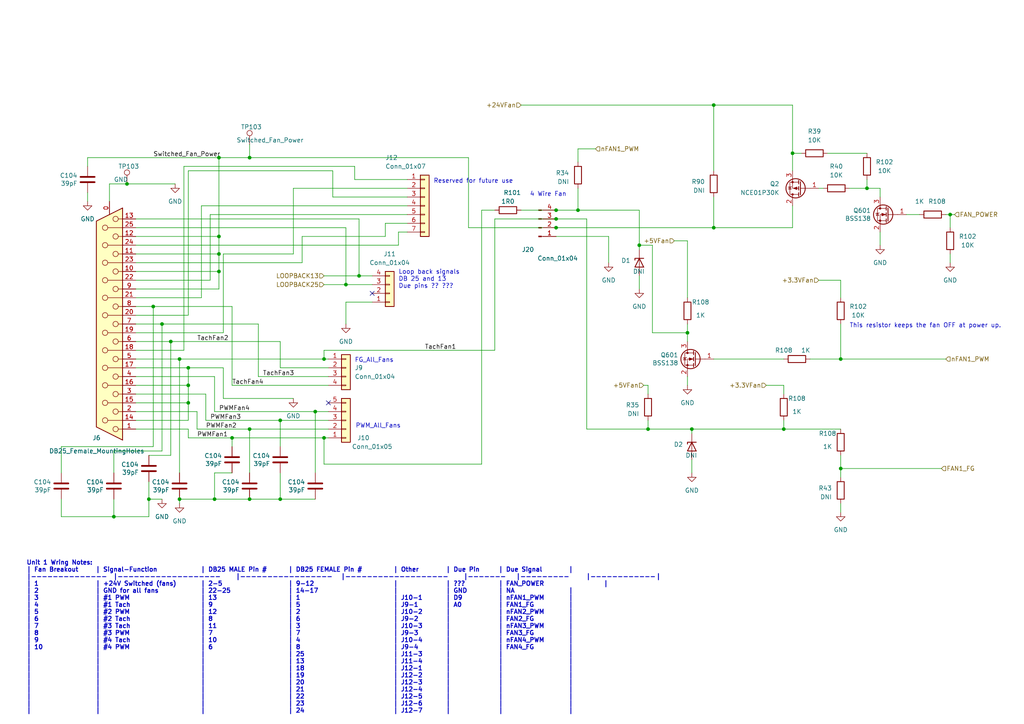
<source format=kicad_sch>
(kicad_sch (version 20230121) (generator eeschema)
  (paper "A4")
  (lib_symbols
    (symbol "Connector:Conn_01x04_Pin" (pin_names (offset 1.016) hide)
      (property "Reference" "J" (at 0 5.08 0))
      (property "Value" "Conn_01x04_Pin" (at 0 -7.62 0))
      (symbol "Conn_01x04_Pin_1_1"
        (pin passive line (at 5.08 2.54 180) (length 3.81) (name "Pin_1") (number "1"))
        (pin passive line (at 5.08 0 180) (length 3.81) (name "Pin_2") (number "2"))
        (pin passive line (at 5.08 -2.54 180) (length 3.81) (name "Pin_3") (number "3"))
        (pin passive line (at 5.08 -5.08 180) (length 3.81) (name "Pin_4") (number "4"))
      )
    )
    (symbol "Connector:DB25_Female_MountingHoles" (pin_names (offset 1.016) hide)
      (property "Reference" "J" (at 0 36.83 0))
      (property "Value" "DB25_Female_MountingHoles" (at 0 34.925 0))
      (symbol "DB25_Female_MountingHoles_1_1"
        (pin passive line (at 0 -35.56 90) (length 3.81) (name "PAD") (number "0"))
        (pin passive line (at -7.62 30.48 0) (length 3.81) (name "1") (number "1"))
        (pin passive line (at -7.62 -15.24 0) (length 3.81) (name "10") (number "10"))
        (pin passive line (at -7.62 -20.32 0) (length 3.81) (name "11") (number "11"))
        (pin passive line (at -7.62 -25.4 0) (length 3.81) (name "12") (number "12"))
        (pin passive line (at -7.62 -30.48 0) (length 3.81) (name "13") (number "13"))
        (pin passive line (at -7.62 27.94 0) (length 3.81) (name "P14") (number "14"))
        (pin passive line (at -7.62 22.86 0) (length 3.81) (name "P15") (number "15"))
        (pin passive line (at -7.62 17.78 0) (length 3.81) (name "P16") (number "16"))
        (pin passive line (at -7.62 12.7 0) (length 3.81) (name "P17") (number "17"))
        (pin passive line (at -7.62 7.62 0) (length 3.81) (name "P18") (number "18"))
        (pin passive line (at -7.62 2.54 0) (length 3.81) (name "P19") (number "19"))
        (pin passive line (at -7.62 25.4 0) (length 3.81) (name "2") (number "2"))
        (pin passive line (at -7.62 -2.54 0) (length 3.81) (name "P20") (number "20"))
        (pin passive line (at -7.62 -7.62 0) (length 3.81) (name "P21") (number "21"))
        (pin passive line (at -7.62 -12.7 0) (length 3.81) (name "P22") (number "22"))
        (pin passive line (at -7.62 -17.78 0) (length 3.81) (name "P23") (number "23"))
        (pin passive line (at -7.62 -22.86 0) (length 3.81) (name "P24") (number "24"))
        (pin passive line (at -7.62 -27.94 0) (length 3.81) (name "P25") (number "25"))
        (pin passive line (at -7.62 20.32 0) (length 3.81) (name "3") (number "3"))
        (pin passive line (at -7.62 15.24 0) (length 3.81) (name "4") (number "4"))
        (pin passive line (at -7.62 10.16 0) (length 3.81) (name "5") (number "5"))
        (pin passive line (at -7.62 5.08 0) (length 3.81) (name "6") (number "6"))
        (pin passive line (at -7.62 0 0) (length 3.81) (name "7") (number "7"))
        (pin passive line (at -7.62 -5.08 0) (length 3.81) (name "8") (number "8"))
        (pin passive line (at -7.62 -10.16 0) (length 3.81) (name "9") (number "9"))
      )
    )
    (symbol "Connector:TestPoint" (pin_numbers hide) (pin_names (offset 0.762) hide)
      (property "Reference" "TP" (at 0 6.858 0))
      (property "Value" "TestPoint" (at 0 5.08 0))
      (symbol "TestPoint_1_1"
        (pin passive line (at 0 0 90) (length 2.54) (name "1") (number "1"))
      )
    )
    (symbol "Connector_Generic:Conn_01x04" (pin_names (offset 1.016) hide)
      (property "Reference" "J" (at 0 5.08 0))
      (property "Value" "Conn_01x04" (at 0 -7.62 0))
      (symbol "Conn_01x04_1_1"
        (pin passive line (at -5.08 2.54 0) (length 3.81) (name "Pin_1") (number "1"))
        (pin passive line (at -5.08 0 0) (length 3.81) (name "Pin_2") (number "2"))
        (pin passive line (at -5.08 -2.54 0) (length 3.81) (name "Pin_3") (number "3"))
        (pin passive line (at -5.08 -5.08 0) (length 3.81) (name "Pin_4") (number "4"))
      )
    )
    (symbol "Connector_Generic:Conn_01x05" (pin_names (offset 1.016) hide)
      (property "Reference" "J" (at 0 7.62 0))
      (property "Value" "Conn_01x05" (at 0 -7.62 0))
      (symbol "Conn_01x05_1_1"
        (pin passive line (at -5.08 5.08 0) (length 3.81) (name "Pin_1") (number "1"))
        (pin passive line (at -5.08 2.54 0) (length 3.81) (name "Pin_2") (number "2"))
        (pin passive line (at -5.08 0 0) (length 3.81) (name "Pin_3") (number "3"))
        (pin passive line (at -5.08 -2.54 0) (length 3.81) (name "Pin_4") (number "4"))
        (pin passive line (at -5.08 -5.08 0) (length 3.81) (name "Pin_5") (number "5"))
      )
    )
    (symbol "Connector_Generic:Conn_01x07" (pin_names (offset 1.016) hide)
      (property "Reference" "J" (at 0 10.16 0))
      (property "Value" "Conn_01x07" (at 0 -10.16 0))
      (symbol "Conn_01x07_1_1"
        (pin passive line (at -5.08 7.62 0) (length 3.81) (name "Pin_1") (number "1"))
        (pin passive line (at -5.08 5.08 0) (length 3.81) (name "Pin_2") (number "2"))
        (pin passive line (at -5.08 2.54 0) (length 3.81) (name "Pin_3") (number "3"))
        (pin passive line (at -5.08 0 0) (length 3.81) (name "Pin_4") (number "4"))
        (pin passive line (at -5.08 -2.54 0) (length 3.81) (name "Pin_5") (number "5"))
        (pin passive line (at -5.08 -5.08 0) (length 3.81) (name "Pin_6") (number "6"))
        (pin passive line (at -5.08 -7.62 0) (length 3.81) (name "Pin_7") (number "7"))
      )
    )
    (symbol "Device:C" (pin_numbers hide) (pin_names (offset 0.254))
      (property "Reference" "C" (at 0.635 2.54 0))
      (property "Value" "C" (at 0.635 -2.54 0))
      (symbol "C_1_1"
        (pin passive line (at 0 3.81 270) (length 2.794) (name "~") (number "1"))
        (pin passive line (at 0 -3.81 90) (length 2.794) (name "~") (number "2"))
      )
    )
    (symbol "Device:R" (pin_numbers hide) (pin_names (offset 0))
      (property "Reference" "R" (at 2.032 0 90))
      (property "Value" "R" (at 0 0 90))
      (symbol "R_1_1"
        (pin passive line (at 0 3.81 270) (length 1.27) (name "~") (number "1"))
        (pin passive line (at 0 -3.81 90) (length 1.27) (name "~") (number "2"))
      )
    )
    (symbol "Diode:BZV55B3V3" (pin_numbers hide) (pin_names hide)
      (property "Reference" "D" (at 0 2.54 0))
      (property "Value" "BZV55B3V3" (at 0 -2.54 0))
      (symbol "BZV55B3V3_1_1"
        (pin passive line (at -3.81 0 0) (length 2.54) (name "K") (number "1"))
        (pin passive line (at 3.81 0 180) (length 2.54) (name "A") (number "2"))
      )
    )
    (symbol "Transistor_FET:BSS138" (pin_names hide)
      (property "Reference" "Q" (at 5.08 1.905 0))
      (property "Value" "BSS138" (at 5.08 0 0))
      (symbol "BSS138_1_1"
        (pin input line (at -5.08 0 0) (length 2.54) (name "G") (number "1"))
        (pin passive line (at 2.54 -5.08 90) (length 2.54) (name "S") (number "2"))
        (pin passive line (at 2.54 5.08 270) (length 2.54) (name "D") (number "3"))
      )
    )
    (symbol "Transistor_FET:SUD45P03-09" (pin_names hide)
      (property "Reference" "Q" (at 4.953 1.905 0))
      (property "Value" "SUD45P03-09" (at 4.953 0 0))
      (symbol "SUD45P03-09_1_1"
        (pin input line (at -5.08 0 0) (length 2.54) (name "G") (number "1"))
        (pin passive line (at 2.54 5.08 270) (length 2.54) (name "D") (number "2"))
        (pin passive line (at 2.54 -5.08 90) (length 2.54) (name "S") (number "3"))
      )
    )
    (symbol "power:GND" (power) (pin_names (offset 0))
      (property "Value" "GND" (at 0 -3.81 0))
      (symbol "GND_1_1"
        (pin power_in line (at 0 0 270) (length 0) hide (name "GND") (number "1"))
      )
    )
  )
  (junction (at 243.84 135.89))
  (junction (at 91.44 119.38))
  (junction (at 199.39 96.52))
  (junction (at 72.39 45.72))
  (junction (at 62.23 144.78))
  (junction (at 63.5 73.66))
  (junction (at 93.98 104.14))
  (junction (at 36.83 53.34))
  (junction (at 54.61 111.76))
  (junction (at 72.39 124.46))
  (junction (at 33.02 149.86))
  (junction (at 207.01 30.48))
  (junction (at 167.64 60.96))
  (junction (at 161.29 60.96))
  (junction (at 229.87 44.45))
  (junction (at 251.46 54.61))
  (junction (at 46.99 93.98))
  (junction (at 52.07 104.14))
  (junction (at 54.61 106.68))
  (junction (at 275.59 62.23))
  (junction (at 243.84 104.14))
  (junction (at 161.29 63.5))
  (junction (at 93.98 127))
  (junction (at 49.53 99.06))
  (junction (at 207.01 66.04))
  (junction (at 81.28 121.92))
  (junction (at 200.66 124.46))
  (junction (at 187.96 124.46))
  (junction (at 104.14 80.01))
  (junction (at 63.5 45.72))
  (junction (at 43.18 144.78))
  (junction (at 72.39 144.78))
  (junction (at 63.5 68.58))
  (junction (at 81.28 144.78))
  (junction (at 227.33 124.46))
  (junction (at 67.31 127))
  (junction (at 54.61 116.84))
  (junction (at 44.45 88.9))
  (junction (at 100.33 82.55))
  (junction (at 63.5 78.74))
  (junction (at 185.42 71.12))
  (junction (at 52.07 144.78))
  (junction (at 161.29 66.04))
  (no_connect (at 107.95 85.09))
  (no_connect (at 95.25 116.84))
  (wire (pts (xy 39.37 101.6) (xy 53.34 101.6)))
  (wire (pts (xy 81.28 144.78) (xy 72.39 144.78)))
  (wire (pts (xy 229.87 30.48) (xy 229.87 44.45)))
  (wire (pts (xy 199.39 96.52) (xy 199.39 99.06)))
  (wire (pts (xy 49.53 132.08) (xy 49.53 99.06)))
  (wire (pts (xy 111.76 68.58) (xy 111.76 64.77)))
  (wire (pts (xy 54.61 127) (xy 67.31 127)))
  (wire (pts (xy 100.33 82.55) (xy 107.95 82.55)))
  (wire (pts (xy 59.69 121.92) (xy 81.28 121.92)))
  (wire (pts (xy 95.25 119.38) (xy 91.44 119.38)))
  (wire (pts (xy 170.18 63.5) (xy 170.18 124.46)))
  (wire (pts (xy 139.7 134.62) (xy 139.7 60.96)))
  (wire (pts (xy 25.4 55.88) (xy 25.4 58.42)))
  (wire (pts (xy 93.98 82.55) (xy 100.33 82.55)))
  (wire (pts (xy 60.96 62.23) (xy 118.11 62.23)))
  (wire (pts (xy 39.37 116.84) (xy 54.61 116.84)))
  (wire (pts (xy 199.39 109.22) (xy 199.39 111.76)))
  (wire (pts (xy 17.78 137.16) (xy 17.78 129.54)))
  (wire (pts (xy 167.64 43.18) (xy 172.72 43.18)))
  (wire (pts (xy 74.93 109.22) (xy 74.93 93.98)))
  (wire (pts (xy 227.33 111.76) (xy 227.33 114.3)))
  (wire (pts (xy 255.27 54.61) (xy 251.46 54.61)))
  (wire (pts (xy 17.78 149.86) (xy 33.02 149.86)))
  (wire (pts (xy 43.18 144.78) (xy 43.18 149.86)))
  (wire (pts (xy 81.28 99.06) (xy 81.28 106.68)))
  (wire (pts (xy 39.37 96.52) (xy 64.77 96.52)))
  (wire (pts (xy 63.5 68.58) (xy 63.5 73.66)))
  (wire (pts (xy 176.53 68.58) (xy 176.53 76.2)))
  (wire (pts (xy 39.37 121.92) (xy 54.61 121.92)))
  (wire (pts (xy 39.37 83.82) (xy 63.5 83.82)))
  (wire (pts (xy 81.28 137.16) (xy 81.28 144.78)))
  (wire (pts (xy 200.66 124.46) (xy 200.66 125.73)))
  (wire (pts (xy 255.27 67.31) (xy 255.27 71.12)))
  (wire (pts (xy 62.23 119.38) (xy 62.23 109.22)))
  (wire (pts (xy 93.98 127) (xy 95.25 127)))
  (wire (pts (xy 39.37 104.14) (xy 52.07 104.14)))
  (wire (pts (xy 143.51 101.6) (xy 143.51 63.5)))
  (wire (pts (xy 161.29 66.04) (xy 207.01 66.04)))
  (wire (pts (xy 67.31 88.9) (xy 67.31 111.76)))
  (wire (pts (xy 227.33 124.46) (xy 243.84 124.46)))
  (wire (pts (xy 135.89 45.72) (xy 135.89 66.04)))
  (wire (pts (xy 229.87 59.69) (xy 229.87 66.04)))
  (wire (pts (xy 243.84 146.05) (xy 243.84 148.59)))
  (wire (pts (xy 185.42 60.96) (xy 167.64 60.96)))
  (wire (pts (xy 100.33 66.04) (xy 100.33 82.55)))
  (wire (pts (xy 64.77 115.57) (xy 85.09 115.57)))
  (wire (pts (xy 67.31 127) (xy 93.98 127)))
  (wire (pts (xy 207.01 66.04) (xy 229.87 66.04)))
  (wire (pts (xy 85.09 54.61) (xy 118.11 54.61)))
  (wire (pts (xy 39.37 66.04) (xy 100.33 66.04)))
  (wire (pts (xy 53.34 48.26) (xy 102.87 48.26)))
  (wire (pts (xy 33.02 130.81) (xy 46.99 130.81)))
  (wire (pts (xy 85.09 73.66) (xy 85.09 54.61)))
  (wire (pts (xy 54.61 124.46) (xy 54.61 127)))
  (wire (pts (xy 151.13 30.48) (xy 207.01 30.48)))
  (wire (pts (xy 72.39 45.72) (xy 135.89 45.72)))
  (wire (pts (xy 49.53 99.06) (xy 81.28 99.06)))
  (wire (pts (xy 227.33 121.92) (xy 227.33 124.46)))
  (wire (pts (xy 43.18 149.86) (xy 33.02 149.86)))
  (wire (pts (xy 243.84 132.08) (xy 243.84 135.89)))
  (wire (pts (xy 95.25 124.46) (xy 72.39 124.46)))
  (wire (pts (xy 81.28 121.92) (xy 95.25 121.92)))
  (wire (pts (xy 39.37 68.58) (xy 63.5 68.58)))
  (wire (pts (xy 91.44 119.38) (xy 91.44 137.16)))
  (wire (pts (xy 115.57 67.31) (xy 118.11 67.31)))
  (wire (pts (xy 255.27 57.15) (xy 255.27 54.61)))
  (wire (pts (xy 52.07 104.14) (xy 52.07 137.16)))
  (wire (pts (xy 243.84 93.98) (xy 243.84 104.14)))
  (wire (pts (xy 54.61 106.68) (xy 54.61 111.76)))
  (wire (pts (xy 46.99 144.78) (xy 43.18 144.78)))
  (wire (pts (xy 58.42 86.36) (xy 58.42 59.69)))
  (wire (pts (xy 25.4 45.72) (xy 63.5 45.72)))
  (wire (pts (xy 170.18 63.5) (xy 161.29 63.5)))
  (wire (pts (xy 39.37 111.76) (xy 54.61 111.76)))
  (wire (pts (xy 17.78 144.78) (xy 17.78 149.86)))
  (wire (pts (xy 100.33 87.63) (xy 100.33 93.98)))
  (wire (pts (xy 67.31 111.76) (xy 95.25 111.76)))
  (wire (pts (xy 63.5 68.58) (xy 63.5 45.72)))
  (wire (pts (xy 104.14 80.01) (xy 104.14 63.5)))
  (wire (pts (xy 46.99 93.98) (xy 74.93 93.98)))
  (wire (pts (xy 111.76 64.77) (xy 118.11 64.77)))
  (wire (pts (xy 102.87 48.26) (xy 102.87 52.07)))
  (wire (pts (xy 237.49 81.28) (xy 243.84 81.28)))
  (wire (pts (xy 200.66 133.35) (xy 200.66 137.16)))
  (wire (pts (xy 185.42 72.39) (xy 185.42 71.12)))
  (wire (pts (xy 139.7 60.96) (xy 143.51 60.96)))
  (wire (pts (xy 91.44 119.38) (xy 62.23 119.38)))
  (wire (pts (xy 43.18 139.7) (xy 43.18 144.78)))
  (wire (pts (xy 52.07 144.78) (xy 52.07 146.05)))
  (wire (pts (xy 39.37 114.3) (xy 59.69 114.3)))
  (wire (pts (xy 54.61 49.53) (xy 96.52 49.53)))
  (wire (pts (xy 39.37 109.22) (xy 62.23 109.22)))
  (wire (pts (xy 207.01 104.14) (xy 227.33 104.14)))
  (wire (pts (xy 276.86 62.23) (xy 275.59 62.23)))
  (wire (pts (xy 17.78 129.54) (xy 44.45 129.54)))
  (wire (pts (xy 93.98 134.62) (xy 139.7 134.62)))
  (wire (pts (xy 31.75 53.34) (xy 31.75 58.42)))
  (wire (pts (xy 115.57 71.12) (xy 115.57 67.31)))
  (wire (pts (xy 54.61 111.76) (xy 54.61 116.84)))
  (wire (pts (xy 52.07 104.14) (xy 93.98 104.14)))
  (wire (pts (xy 189.23 71.12) (xy 185.42 71.12)))
  (wire (pts (xy 81.28 121.92) (xy 81.28 129.54)))
  (wire (pts (xy 25.4 48.26) (xy 25.4 45.72)))
  (wire (pts (xy 251.46 52.07) (xy 251.46 54.61)))
  (wire (pts (xy 93.98 127) (xy 93.98 134.62)))
  (wire (pts (xy 151.13 60.96) (xy 161.29 60.96)))
  (wire (pts (xy 60.96 81.28) (xy 60.96 62.23)))
  (wire (pts (xy 246.38 54.61) (xy 251.46 54.61)))
  (wire (pts (xy 39.37 91.44) (xy 54.61 91.44)))
  (wire (pts (xy 187.96 111.76) (xy 186.69 111.76)))
  (wire (pts (xy 195.58 69.85) (xy 199.39 69.85)))
  (wire (pts (xy 161.29 60.96) (xy 167.64 60.96)))
  (wire (pts (xy 44.45 129.54) (xy 44.45 88.9)))
  (wire (pts (xy 62.23 144.78) (xy 62.23 137.16)))
  (wire (pts (xy 57.15 119.38) (xy 39.37 119.38)))
  (wire (pts (xy 54.61 106.68) (xy 64.77 106.68)))
  (wire (pts (xy 54.61 91.44) (xy 54.61 49.53)))
  (wire (pts (xy 95.25 109.22) (xy 74.93 109.22)))
  (wire (pts (xy 72.39 124.46) (xy 57.15 124.46)))
  (wire (pts (xy 52.07 144.78) (xy 62.23 144.78)))
  (wire (pts (xy 143.51 63.5) (xy 161.29 63.5)))
  (wire (pts (xy 96.52 49.53) (xy 96.52 57.15)))
  (wire (pts (xy 100.33 87.63) (xy 107.95 87.63)))
  (wire (pts (xy 72.39 124.46) (xy 72.39 137.16)))
  (wire (pts (xy 222.25 111.76) (xy 227.33 111.76)))
  (wire (pts (xy 237.49 54.61) (xy 238.76 54.61)))
  (wire (pts (xy 243.84 104.14) (xy 274.32 104.14)))
  (wire (pts (xy 39.37 73.66) (xy 63.5 73.66)))
  (wire (pts (xy 33.02 137.16) (xy 33.02 130.81)))
  (wire (pts (xy 185.42 71.12) (xy 185.42 60.96)))
  (wire (pts (xy 39.37 106.68) (xy 54.61 106.68)))
  (wire (pts (xy 63.5 45.72) (xy 72.39 45.72)))
  (wire (pts (xy 93.98 101.6) (xy 143.51 101.6)))
  (wire (pts (xy 63.5 78.74) (xy 63.5 83.82)))
  (wire (pts (xy 72.39 41.91) (xy 72.39 45.72)))
  (wire (pts (xy 39.37 124.46) (xy 54.61 124.46)))
  (wire (pts (xy 87.63 76.2) (xy 87.63 68.58)))
  (wire (pts (xy 50.8 53.34) (xy 36.83 53.34)))
  (wire (pts (xy 104.14 63.5) (xy 39.37 63.5)))
  (wire (pts (xy 135.89 66.04) (xy 161.29 66.04)))
  (wire (pts (xy 58.42 59.69) (xy 118.11 59.69)))
  (wire (pts (xy 81.28 106.68) (xy 95.25 106.68)))
  (wire (pts (xy 57.15 124.46) (xy 57.15 119.38)))
  (wire (pts (xy 64.77 73.66) (xy 85.09 73.66)))
  (wire (pts (xy 62.23 137.16) (xy 67.31 137.16)))
  (wire (pts (xy 187.96 114.3) (xy 187.96 111.76)))
  (wire (pts (xy 39.37 93.98) (xy 46.99 93.98)))
  (wire (pts (xy 39.37 88.9) (xy 44.45 88.9)))
  (wire (pts (xy 275.59 73.66) (xy 275.59 76.2)))
  (wire (pts (xy 167.64 43.18) (xy 167.64 46.99)))
  (wire (pts (xy 266.7 62.23) (xy 262.89 62.23)))
  (wire (pts (xy 189.23 96.52) (xy 199.39 96.52)))
  (wire (pts (xy 199.39 93.98) (xy 199.39 96.52)))
  (wire (pts (xy 64.77 106.68) (xy 64.77 115.57)))
  (wire (pts (xy 207.01 57.15) (xy 207.01 66.04)))
  (wire (pts (xy 229.87 44.45) (xy 229.87 49.53)))
  (wire (pts (xy 39.37 99.06) (xy 49.53 99.06)))
  (wire (pts (xy 67.31 127) (xy 67.31 129.54)))
  (wire (pts (xy 64.77 96.52) (xy 64.77 73.66)))
  (wire (pts (xy 243.84 138.43) (xy 243.84 135.89)))
  (wire (pts (xy 243.84 135.89) (xy 273.05 135.89)))
  (wire (pts (xy 44.45 88.9) (xy 67.31 88.9)))
  (wire (pts (xy 187.96 121.92) (xy 187.96 124.46)))
  (wire (pts (xy 207.01 30.48) (xy 229.87 30.48)))
  (wire (pts (xy 167.64 54.61) (xy 167.64 60.96)))
  (wire (pts (xy 93.98 80.01) (xy 104.14 80.01)))
  (wire (pts (xy 199.39 69.85) (xy 199.39 86.36)))
  (wire (pts (xy 200.66 124.46) (xy 227.33 124.46)))
  (wire (pts (xy 39.37 78.74) (xy 63.5 78.74)))
  (wire (pts (xy 33.02 144.78) (xy 33.02 149.86)))
  (wire (pts (xy 59.69 114.3) (xy 59.69 121.92)))
  (wire (pts (xy 54.61 116.84) (xy 54.61 121.92)))
  (wire (pts (xy 102.87 52.07) (xy 118.11 52.07)))
  (wire (pts (xy 240.03 44.45) (xy 251.46 44.45)))
  (wire (pts (xy 104.14 80.01) (xy 107.95 80.01)))
  (wire (pts (xy 207.01 49.53) (xy 207.01 30.48)))
  (wire (pts (xy 39.37 76.2) (xy 87.63 76.2)))
  (wire (pts (xy 275.59 62.23) (xy 274.32 62.23)))
  (wire (pts (xy 39.37 81.28) (xy 60.96 81.28)))
  (wire (pts (xy 62.23 144.78) (xy 72.39 144.78)))
  (wire (pts (xy 53.34 101.6) (xy 53.34 48.26)))
  (wire (pts (xy 91.44 144.78) (xy 81.28 144.78)))
  (wire (pts (xy 96.52 57.15) (xy 118.11 57.15)))
  (wire (pts (xy 87.63 68.58) (xy 111.76 68.58)))
  (wire (pts (xy 189.23 71.12) (xy 189.23 96.52)))
  (wire (pts (xy 39.37 71.12) (xy 115.57 71.12)))
  (wire (pts (xy 93.98 104.14) (xy 95.25 104.14)))
  (wire (pts (xy 234.95 104.14) (xy 243.84 104.14)))
  (wire (pts (xy 36.83 53.34) (xy 31.75 53.34)))
  (wire (pts (xy 232.41 44.45) (xy 229.87 44.45)))
  (wire (pts (xy 185.42 80.01) (xy 185.42 83.82)))
  (wire (pts (xy 63.5 73.66) (xy 63.5 78.74)))
  (wire (pts (xy 243.84 81.28) (xy 243.84 86.36)))
  (wire (pts (xy 161.29 68.58) (xy 176.53 68.58)))
  (wire (pts (xy 39.37 86.36) (xy 58.42 86.36)))
  (wire (pts (xy 43.18 132.08) (xy 49.53 132.08)))
  (wire (pts (xy 93.98 104.14) (xy 93.98 101.6)))
  (wire (pts (xy 170.18 124.46) (xy 187.96 124.46)))
  (wire (pts (xy 187.96 124.46) (xy 200.66 124.46)))
  (wire (pts (xy 46.99 130.81) (xy 46.99 93.98)))
  (wire (pts (xy 275.59 62.23) (xy 275.59 66.04)))
  (image (at -51.435 126.619))
  (image (at -54.61 48.26))
  (text "FG_All_Fans" (at 102.87 105.283 0) (effects (font (size 1.27 1.27)) (justify left bottom)))
  (text "Loop back signals\nDB 25 and 13\nDue pins ?? ???" (at 115.57 83.82 0) (effects (font (size 1.27 1.27)) (justify left bottom)))
  (text "4 Wire Fan" (at 153.67 57.15 0) (effects (font (size 1.27 1.27)) (justify left bottom)))
  (text "PWM_All_Fans" (at 103.124 124.333 0) (effects (font (size 1.27 1.27)) (justify left bottom)))
  (text "Reserved for future use" (at 125.73 53.34 0) (effects (font (size 1.27 1.27)) (justify left bottom)))
  (text "Unit 1 Wring Notes:\n| Fan Breakout 	| Signal-Function   	| DB25 MALE Pin # 	| DB25 FEMALE Pin # 	| Other 	| Due Pin 	| Due Signal 	|\n|--------------	|-------------------	|-----------------	|-------------------	|-------	|---------	|------------	|\n| 1            	| +24V Switched (fans) 	| 2-5             	| 9-12              	|       	| ???      	| FAN_POWER         	|\n| 2            	| GND for all fans  	| 22-25           	| 14-17             	|       	| GND     	| NA         	|\n| 3            	| #1 PWM            	| 13              	| 1                 	| J10-1 	| D9      	| nFAN1_PWM  	|\n| 4            	| #1 Tach           	| 9               	| 5                 	| J9-1  	| A0      	| FAN1_FG    	|\n| 5            	| #2 PWM            	| 12              	| 2                 	| J10-2 	|         	| nFAN2_PWM  	|\n| 6            	| #2 Tach           	| 8               	| 6                 	| J9-2  	|         	| FAN2_FG    	|\n| 7            	| #3 Tach           	| 11              	| 3                 	| J10-3 	|         	| nFAN3_PWM  	|\n| 8            	| #3 PWM            	| 7               	| 7                 	| J9-3  	|         	| FAN3_FG   	|\n| 9            	| #4 Tach           	| 10              	| 4                 	| J10-4 	|         	| nFAN4_PWM  	|\n| 10           	| #4 PWM            	| 6               	| 8                 	| J9-4  	|         	| FAN4_FG   	|\n|              	|                   	|                 	| 25                	| J11-3 	|         	|            	|\n|              	|                   	|                 	| 13                	| J11-4 	|         	|            	|\n|              	|                   	|                 	| 18                	| J12-1 	|         	|            	|\n|              	|                   	|                 	| 19                	| J12-2 	|         	|            	|\n|              	|                   	|                 	| 20                	| J12-3 	|         	|            	|\n|              	|                   	|                 	| 21                	| J12-4 	|         	|            	|\n|              	|                   	|                 	| 22                	| J12-5 	|         	|            	|\n|              	|                   	|                 	| 23                	| J12-6 	|         	|            	|\n|              	|                   	|                 	| 24                	| J12-7 	|         	|            	|" (at 7.62 207.01 0) (effects (font (size 1.27 1.27) (thickness 0.254) bold) (justify left bottom)))
  (text "This resistor keeps the fan OFF at power up." (at 246.38 95.25 0) (effects (font (size 1.27 1.27)) (justify left bottom)))
  (label "TachFan4" (at 67.31 111.76 0))
  (label "PWMFan1" (at 57.15 127 0))
  (label "TachFan1" (at 123.19 101.6 0))
  (label "Switched_Fan_Power" (at 44.45 45.72 0))
  (label "TachFan3" (at 76.2 109.22 0))
  (label "TachFan2" (at 57.15 99.06 0))
  (label "PWMFan2" (at 59.69 124.46 0))
  (label "PWMFan4" (at 63.5 119.38 0))
  (label "PWMFan3" (at 60.96 121.92 0))
  (hierarchical_label "FAN_POWER" (shape input) (at 276.86 62.23 0))
  (hierarchical_label "+24VFan" (shape input) (at 151.13 30.48 180))
  (hierarchical_label "+3.3VFan" (shape input) (at 222.25 111.76 180))
  (hierarchical_label "+5VFan" (shape input) (at 195.58 69.85 180))
  (hierarchical_label "LOOPBACK13" (shape input) (at 93.98 80.01 180))
  (hierarchical_label "+5VFan" (shape input) (at 186.69 111.76 180))
  (hierarchical_label "LOOPBACK25" (shape input) (at 93.98 82.55 180))
  (hierarchical_label "nFAN1_PWM" (shape input) (at 274.32 104.14 0))
  (hierarchical_label "nFAN1_PWM" (shape input) (at 172.72 43.18 0))
  (hierarchical_label "+3.3VFan" (shape input) (at 237.49 81.28 180))
  (hierarchical_label "FAN1_FG" (shape input) (at 273.05 135.89 0))
  (symbol (lib_id "Device:R") (at 236.22 44.45 90) (mirror x) (unit 1)
    (property "Reference" "R39" (at 236.22 38.1 90))
    (property "Value" "10K" (at 236.22 40.64 90))
    (property "Footprint" "Resistor_SMD:R_0603_1608Metric_Pad0.98x0.95mm_HandSolder" (effects hide))
    (property "Datasheet" "https://datasheet.lcsc.com/lcsc/1811101310_TyoHM-RMC06031K1-N_C269704.pdf" (effects hide))
    (property "AssemblyType" "SMT" (effects hide))
    (property "Cost" "0.0015" (effects hide))
    (property "Distributor 1" "JLCPCB" (effects hide))
    (property "Distributor 1 PN" "C269701" (effects hide))
    (property "Description" "100mW ±1% 10kΩ 0603 Chip Resistor - Surface Mount ROHS" (effects hide))
    (property "LongLead" "NO" (effects hide))
    (property "MPN" "RMC060310KFN" (effects hide))
    (property "Manufacturer" "TyoHM" (effects hide))
  )
  (symbol (lib_id "Device:R") (at 147.32 60.96 90) (mirror x) (unit 1)
    (property "Reference" "R101" (at 148.59 55.88 90))
    (property "Value" "1R0" (at 147.32 58.42 90))
    (property "Footprint" "Resistor_SMD:R_0603_1608Metric_Pad0.98x0.95mm_HandSolder" (effects hide))
    (property "Distributor 1" "JLCPCB" (effects hide))
    (property "Distributor 1 PN" "C269434" (effects hide))
    (property "Manufacturer" "TyoHM" (effects hide))
    (property "MPN" "RMC060315%N" (effects hide))
    (property "Description" "0.1W ±5% 1Ω 0603 Chip Resistor - Surface Mount ROHS" (effects hide))
    (property "AssemblyType" "SMT" (effects hide))
    (property "Cost" "0.0015" (effects hide))
    (instances (project "GeneralPurposeAlarmDevicePCB" (path "" (reference "R101") (unit 1))) (project "Control v1" (path "" (reference "R33") (unit 1))))
  )
  (symbol (lib_id "power:GND") (at 176.53 76.2 0) (mirror y) (unit 1)
    (property "Reference" "#PWR049" (effects hide))
    (property "Value" "GND" (at 176.53 81.28 0))
  )
  (symbol (lib_id "Device:R") (at 231.14 104.14 90) (mirror x) (unit 1)
    (property "Reference" "R108" (at 227.33 101.6 90))
    (property "Value" "1K" (at 233.68 101.6 90))
    (property "Footprint" "Resistor_SMD:R_0603_1608Metric_Pad0.98x0.95mm_HandSolder" (effects hide))
    (property "Datasheet" "https://datasheet.lcsc.com/lcsc/1811101310_TyoHM-RMC06031K1-N_C269704.pdf" (effects hide))
    (property "Distributor 1" "JLCPCB" (effects hide))
    (property "Distributor 1 PN" "C269704" (effects hide))
    (property "Manufacturer" "TyoHM" (effects hide))
    (property "MPN" "RMC06031K1%N" (effects hide))
    (property "Description" "0.1W ±1% 1kΩ 0603 Chip Resistor - Surface Mount ROHS" (effects hide))
    (property "AssemblyType" "SMT" (effects hide))
    (property "Cost" "0.0015" (effects hide))
    (property "LongLead" "NO" (effects hide))
    (instances (project "GeneralPurposeAlarmDevicePCB" (path "" (reference "R108") (unit 1))) (project "Control v1" (path "" (reference "R38") (unit 1))))
  )
  (symbol (lib_id "power:GND") (at 200.66 137.16 0) (mirror y) (unit 1)
    (property "Reference" "#PWR052" (effects hide))
    (property "Value" "GND" (at 200.66 142.24 0))
  )
  (symbol (lib_id "Device:R") (at 199.39 90.17 0) (mirror x) (unit 1)
    (property "Reference" "R108" (at 203.2 87.63 0))
    (property "Value" "1K" (at 203.2 91.44 0))
    (property "Footprint" "Resistor_SMD:R_0603_1608Metric_Pad0.98x0.95mm_HandSolder" (effects hide))
    (property "Datasheet" "https://datasheet.lcsc.com/lcsc/1811101310_TyoHM-RMC06031K1-N_C269704.pdf" (effects hide))
    (property "Distributor 1" "JLCPCB" (effects hide))
    (property "Distributor 1 PN" "C269704" (effects hide))
    (property "Manufacturer" "TyoHM" (effects hide))
    (property "MPN" "RMC06031K1%N" (effects hide))
    (property "Description" "0.1W ±1% 1kΩ 0603 Chip Resistor - Surface Mount ROHS" (effects hide))
    (property "AssemblyType" "SMT" (effects hide))
    (property "Cost" "0.0015" (effects hide))
    (property "LongLead" "NO" (effects hide))
    (instances (project "GeneralPurposeAlarmDevicePCB" (path "" (reference "R108") (unit 1))) (project "Control v1" (path "" (reference "R36") (unit 1))))
  )
  (symbol (lib_id "power:GND") (at 275.59 76.2 0) (mirror y) (unit 1)
    (property "Reference" "#PWR055" (effects hide))
    (property "Value" "GND" (at 275.59 81.28 0))
  )
  (symbol (lib_id "Device:R") (at 243.84 90.17 0) (mirror y) (unit 1)
    (property "Reference" "R102" (at 248.92 88.9 0))
    (property "Value" "10K" (at 248.92 91.44 0))
    (property "Footprint" "Resistor_SMD:R_0603_1608Metric_Pad0.98x0.95mm_HandSolder" (effects hide))
    (property "Datasheet" "https://datasheet.lcsc.com/lcsc/1811101310_TyoHM-RMC06031K1-N_C269704.pdf" (effects hide))
    (property "Distributor 1" "JLCPCB" (effects hide))
    (property "Distributor 1 PN" "C269701" (effects hide))
    (property "Manufacturer" "TyoHM" (effects hide))
    (property "MPN" "RMC060310KFN" (effects hide))
    (property "Description" "100mW ±1% 10kΩ 0603 Chip Resistor - Surface Mount ROHS" (effects hide))
    (property "AssemblyType" "SMT" (effects hide))
    (property "Cost" "0.0015" (effects hide))
    (property "LongLead" "NO" (effects hide))
    (instances (project "GeneralPurposeAlarmDevicePCB" (path "" (reference "R102") (unit 1))) (project "Control v1" (path "" (reference "R41") (unit 1))))
  )
  (symbol (lib_id "Device:R") (at 275.59 69.85 0) (mirror y) (unit 1)
    (property "Reference" "R102" (at 280.67 68.58 0))
    (property "Value" "10K" (at 280.67 71.12 0))
    (property "Footprint" "Resistor_SMD:R_0603_1608Metric_Pad0.98x0.95mm_HandSolder" (effects hide))
    (property "Datasheet" "https://datasheet.lcsc.com/lcsc/1811101310_TyoHM-RMC06031K1-N_C269704.pdf" (effects hide))
    (property "Distributor 1" "JLCPCB" (effects hide))
    (property "Distributor 1 PN" "C269701" (effects hide))
    (property "Manufacturer" "TyoHM" (effects hide))
    (property "MPN" "RMC060310KFN" (effects hide))
    (property "Description" "100mW ±1% 10kΩ 0603 Chip Resistor - Surface Mount ROHS" (effects hide))
    (property "AssemblyType" "SMT" (effects hide))
    (property "Cost" "0.0015" (effects hide))
    (property "LongLead" "NO" (effects hide))
    (instances (project "GeneralPurposeAlarmDevicePCB" (path "" (reference "R102") (unit 1))) (project "Control v1" (path "" (reference "R46") (unit 1))))
  )
  (symbol (lib_id "Connector_Generic:Conn_01x04") (at 100.33 106.68 0) (unit 1)
    (property "Reference" "J9" (at 102.87 106.6799 0) (effects (justify left)))
    (property "Value" "Conn_01x04" (at 102.87 109.2199 0) (effects (justify left)))
    (property "Footprint" "Connector_PinHeader_2.54mm:PinHeader_1x04_P2.54mm_Vertical" (effects hide))
    (property "Datasheet" "KH-2.54FH-1X4P-H8.5.pdf" (effects hide))
    (property "AssemblyType" "HAND" (effects hide))
    (property "Cost" "0.0342" (effects hide))
    (property "Description" "2.54mm Plugin 3A 4P -40℃~+105℃ Straight 1x4P 8.5mm Top Square Holes Plugin,P=2.54mm Female Headers ROHS" (effects hide))
    (property "Distributor 1" "JLCPCB" (effects hide))
    (property "Distributor 1 PN" "C2905415" (effects hide))
    (property "MPN" "KH-2.54FH-1X4P-H8.5" (effects hide))
    (property "Manufacturer" "Shenzhen Kinghelm Elec" (effects hide))
    (instances (project "Control v1" (path "" (reference "J9") (unit 1)) (path "" (reference "J16") (unit 1))))
  )
  (symbol (lib_id "Connector:TestPoint") (at 72.39 41.91 0) (unit 1)
    (property "Reference" "TP103" (at 69.85 36.83 0) (effects (justify left)))
    (property "Value" "Switched_Fan_Power" (at 68.58 40.64 0) (effects (justify left)))
    (property "Footprint" "TestPoint:TestPoint_Loop_D2.54mm_Drill1.5mm_Beaded" (effects hide))
    (property "AssemblyType" "HAND" (effects hide))
    (property "Cost" "NA" (effects hide))
    (instances (project "GeneralPurposeAlarmDevicePCB" (path "" (reference "TP103") (unit 1))) (project "Control v1" (path "" (reference "TP1") (unit 1)) (path "" (reference "TP1") (unit 1)) (path "" (reference "TPSwitched_Fan_Power1") (unit 1))))
  )
  (symbol (lib_id "Device:C") (at 81.28 133.35 0) (mirror y) (unit 1)
    (property "Reference" "C104" (at 78.359 132.1816 0) (effects (justify left)))
    (property "Value" "39pF" (at 78.359 134.493 0) (effects (justify left)))
    (property "Footprint" "Capacitor_SMD:C_0603_1608Metric_Pad1.08x0.95mm_HandSolder" (effects hide))
    (property "Datasheet" "https://datasheet.lcsc.com/lcsc/1811082118_YAGEO-CC0603JRNPO9BN390_C107049.pdf" (effects hide))
    (property "AssemblyType" "SMT" (effects hide))
    (property "Distributor 1" "JLCPCB" (effects hide))
    (property "Distributor 1 PN" "C107049" (effects hide))
    (property "MPN" "CC0603JRNPO9BN390" (effects hide))
    (property "Manufacturer" "YAGEO" (effects hide))
    (property "Cost" "0.003" (effects hide))
    (property "Description" "50V 39pF NP0 ±5% 0603 Multilayer Ceramic Ca" (effects hide))
    (property "LongLead" "NO" (effects hide))
    (instances (project "GeneralPurposeAlarmDevicePCB" (path "" (reference "C104") (unit 1))) (project "Control v1" (path "" (reference "C10") (unit 1))))
  )
  (symbol (lib_id "Device:C") (at 67.31 133.35 0) (mirror y) (unit 1)
    (property "Reference" "C104" (at 64.389 132.1816 0) (effects (justify left)))
    (property "Value" "39pF" (at 64.389 134.493 0) (effects (justify left)))
    (property "Footprint" "Capacitor_SMD:C_0603_1608Metric_Pad1.08x0.95mm_HandSolder" (effects hide))
    (property "Datasheet" "https://datasheet.lcsc.com/lcsc/1811082118_YAGEO-CC0603JRNPO9BN390_C107049.pdf" (effects hide))
    (property "AssemblyType" "SMT" (effects hide))
    (property "Distributor 1" "JLCPCB" (effects hide))
    (property "Distributor 1 PN" "C107049" (effects hide))
    (property "MPN" "CC0603JRNPO9BN390" (effects hide))
    (property "Manufacturer" "YAGEO" (effects hide))
    (property "Cost" "0.003" (effects hide))
    (property "Description" "50V 39pF NP0 ±5% 0603 Multilayer Ceramic Ca" (effects hide))
    (property "LongLead" "NO" (effects hide))
    (instances (project "GeneralPurposeAlarmDevicePCB" (path "" (reference "C104") (unit 1))) (project "Control v1" (path "" (reference "C8") (unit 1))))
  )
  (symbol (lib_id "Diode:BZV55B3V3") (at 185.42 76.2 90) (mirror x) (unit 1)
    (property "Reference" "D1" (at 182.88 75.565 90) (effects (justify left)))
    (property "Value" "DNI " (at 187.96 78.74 90) (effects (justify left)))
    (property "Footprint" "Diode_SMD:D_MiniMELF" (effects hide))
    (property "Datasheet" "https://assets.nexperia.com/documents/data-sheet/BZV55_SER.pdf  BZV55B3V3" (effects hide))
    (property "AssemblyType" "SMT" (effects hide))
    (property "Cost" "1000000" (effects hide))
  )
  (symbol (lib_id "Device:R") (at 243.84 128.27 180) (unit 1)
    (property "Reference" "R108" (at 240.03 125.73 0))
    (property "Value" "1K" (at 240.03 129.54 0))
    (property "Footprint" "Resistor_SMD:R_0603_1608Metric_Pad0.98x0.95mm_HandSolder" (effects hide))
    (property "Datasheet" "https://datasheet.lcsc.com/lcsc/1811101310_TyoHM-RMC06031K1-N_C269704.pdf" (effects hide))
    (property "Distributor 1" "JLCPCB" (effects hide))
    (property "Distributor 1 PN" "C269704" (effects hide))
    (property "Manufacturer" "TyoHM" (effects hide))
    (property "MPN" "RMC06031K1%N" (effects hide))
    (property "Description" "0.1W ±1% 1kΩ 0603 Chip Resistor - Surface Mount ROHS" (effects hide))
    (property "AssemblyType" "SMT" (effects hide))
    (property "Cost" "0.0015" (effects hide))
    (property "LongLead" "NO" (effects hide))
    (instances (project "GeneralPurposeAlarmDevicePCB" (path "" (reference "R108") (unit 1))) (project "Control v1" (path "" (reference "R42") (unit 1))))
  )
  (symbol (lib_id "Diode:BZV55B3V3") (at 200.66 129.54 90) (mirror x) (unit 1)
    (property "Reference" "D2" (at 198.12 128.905 90) (effects (justify left)))
    (property "Value" "DNI " (at 203.2 132.08 90) (effects (justify left)))
    (property "Footprint" "Diode_SMD:D_MiniMELF" (effects hide))
    (property "Datasheet" "https://assets.nexperia.com/documents/data-sheet/BZV55_SER.pdf  BZV55B3V3" (effects hide))
    (property "AssemblyType" "SMT" (effects hide))
    (property "Cost" "1000000" (effects hide))
  )
  (symbol (lib_id "power:GND") (at 50.8 53.34 0) (unit 1)
    (property "Reference" "#PWR014" (effects hide))
    (property "Value" "GND" (at 50.8 58.42 0))
    (instances (project "Control v1" (path "" (reference "#PWR014") (unit 1)) (path "" (reference "#PWR045") (unit 1))))
  )
  (symbol (lib_id "power:GND") (at 85.09 115.57 0) (unit 1)
    (property "Reference" "#PWR016" (effects hide))
    (property "Value" "GND" (at 85.09 120.65 0))
    (instances (project "Control v1" (path "" (reference "#PWR016") (unit 1)) (path "" (reference "#PWR047") (unit 1))))
  )
  (symbol (lib_id "Device:C") (at 72.39 140.97 0) (mirror y) (unit 1)
    (property "Reference" "C104" (at 69.469 139.8016 0) (effects (justify left)))
    (property "Value" "39pF" (at 69.469 142.113 0) (effects (justify left)))
    (property "Footprint" "Capacitor_SMD:C_0603_1608Metric_Pad1.08x0.95mm_HandSolder" (effects hide))
    (property "Datasheet" "https://datasheet.lcsc.com/lcsc/1811082118_YAGEO-CC0603JRNPO9BN390_C107049.pdf" (effects hide))
    (property "AssemblyType" "SMT" (effects hide))
    (property "Distributor 1" "JLCPCB" (effects hide))
    (property "Distributor 1 PN" "C107049" (effects hide))
    (property "MPN" "CC0603JRNPO9BN390" (effects hide))
    (property "Manufacturer" "YAGEO" (effects hide))
    (property "Cost" "0.003" (effects hide))
    (property "Description" "50V 39pF NP0 ±5% 0603 Multilayer Ceramic Ca" (effects hide))
    (property "LongLead" "NO" (effects hide))
    (instances (project "GeneralPurposeAlarmDevicePCB" (path "" (reference "C104") (unit 1))) (project "Control v1" (path "" (reference "C9") (unit 1))))
  )
  (symbol (lib_id "Device:C") (at 43.18 135.89 0) (mirror y) (unit 1)
    (property "Reference" "C104" (at 40.259 134.7216 0) (effects (justify left)))
    (property "Value" "39pF" (at 40.259 137.033 0) (effects (justify left)))
    (property "Footprint" "Capacitor_SMD:C_0603_1608Metric_Pad1.08x0.95mm_HandSolder" (effects hide))
    (property "Datasheet" "https://datasheet.lcsc.com/lcsc/1811082118_YAGEO-CC0603JRNPO9BN390_C107049.pdf" (effects hide))
    (property "AssemblyType" "SMT" (effects hide))
    (property "Distributor 1" "JLCPCB" (effects hide))
    (property "Distributor 1 PN" "C107049" (effects hide))
    (property "MPN" "CC0603JRNPO9BN390" (effects hide))
    (property "Manufacturer" "YAGEO" (effects hide))
    (property "Cost" "0.003" (effects hide))
    (property "Description" "50V 39pF NP0 ±5% 0603 Multilayer Ceramic Ca" (effects hide))
    (property "LongLead" "NO" (effects hide))
    (instances (project "GeneralPurposeAlarmDevicePCB" (path "" (reference "C104") (unit 1))) (project "Control v1" (path "" (reference "C6") (unit 1))))
  )
  (symbol (lib_id "power:GND") (at 100.33 93.98 0) (unit 1)
    (property "Reference" "#PWR019" (effects hide))
    (property "Value" "GND" (at 100.33 99.06 0))
    (instances (project "Control v1" (path "" (reference "#PWR019") (unit 1)) (path "" (reference "#PWR048") (unit 1))))
  )
  (symbol (lib_id "Device:C") (at 17.78 140.97 0) (mirror y) (unit 1)
    (property "Reference" "C104" (at 14.859 139.8016 0) (effects (justify left)))
    (property "Value" "39pF" (at 14.859 142.113 0) (effects (justify left)))
    (property "Footprint" "Capacitor_SMD:C_0603_1608Metric_Pad1.08x0.95mm_HandSolder" (effects hide))
    (property "Datasheet" "https://datasheet.lcsc.com/lcsc/1811082118_YAGEO-CC0603JRNPO9BN390_C107049.pdf" (effects hide))
    (property "AssemblyType" "SMT" (effects hide))
    (property "Distributor 1" "JLCPCB" (effects hide))
    (property "Distributor 1 PN" "C107049" (effects hide))
    (property "MPN" "CC0603JRNPO9BN390" (effects hide))
    (property "Manufacturer" "YAGEO" (effects hide))
    (property "Cost" "0.003" (effects hide))
    (property "Description" "50V 39pF NP0 ±5% 0603 Multilayer Ceramic Ca" (effects hide))
    (property "LongLead" "NO" (effects hide))
    (instances (project "GeneralPurposeAlarmDevicePCB" (path "" (reference "C104") (unit 1))) (project "Control v1" (path "" (reference "C3") (unit 1))))
  )
  (symbol (lib_id "power:GND") (at 25.4 58.42 0) (unit 1)
    (property "Reference" "#PWR014" (effects hide))
    (property "Value" "GND" (at 25.4 63.5 0))
    (instances (project "Control v1" (path "" (reference "#PWR014") (unit 1)) (path "" (reference "#PWR043") (unit 1))))
  )
  (symbol (lib_id "Connector:Conn_01x04_Pin") (at 156.21 66.04 0) (mirror x) (unit 1)
    (property "Reference" "J20" (at 154.94 72.39 0) (effects (justify right)))
    (property "Value" "Conn_01x04" (at 167.64 74.93 0) (effects (justify right)))
    (property "Footprint" "Connector_PinHeader_2.54mm:PinHeader_1x04_P2.54mm_Vertical" (effects hide))
    (property "Datasheet" "KH-2.54FH-1X4P-H8.5.pdf" (effects hide))
    (property "AssemblyType" "HAND" (effects hide))
    (property "Cost" "0.0342" (effects hide))
    (property "Description" "2.54mm Plugin 3A 4P -40℃~+105℃ Straight 1x4P 8.5mm Top Square Holes Plugin,P=2.54mm Female Headers ROHS" (effects hide))
    (property "Distributor 1" "JLCPCB" (effects hide))
    (property "Distributor 1 PN" "C2905415" (effects hide))
    (property "MPN" "KH-2.54FH-1X4P-H8.5" (effects hide))
    (property "Manufacturer" "Shenzhen Kinghelm Elec" (effects hide))
  )
  (symbol (lib_id "Device:R") (at 227.33 118.11 0) (mirror x) (unit 1)
    (property "Reference" "R108" (at 231.14 115.57 0))
    (property "Value" "1K" (at 231.14 119.38 0))
    (property "Footprint" "Resistor_SMD:R_0603_1608Metric_Pad0.98x0.95mm_HandSolder" (effects hide))
    (property "Datasheet" "https://datasheet.lcsc.com/lcsc/1811101310_TyoHM-RMC06031K1-N_C269704.pdf" (effects hide))
    (property "Distributor 1" "JLCPCB" (effects hide))
    (property "Distributor 1 PN" "C269704" (effects hide))
    (property "Manufacturer" "TyoHM" (effects hide))
    (property "MPN" "RMC06031K1%N" (effects hide))
    (property "Description" "0.1W ±1% 1kΩ 0603 Chip Resistor - Surface Mount ROHS" (effects hide))
    (property "AssemblyType" "SMT" (effects hide))
    (property "Cost" "0.0015" (effects hide))
    (property "LongLead" "NO" (effects hide))
    (instances (project "GeneralPurposeAlarmDevicePCB" (path "" (reference "R108") (unit 1))) (project "Control v1" (path "" (reference "R37") (unit 1))))
  )
  (symbol (lib_id "Device:C") (at 52.07 140.97 0) (mirror y) (unit 1)
    (property "Reference" "C104" (at 49.149 139.8016 0) (effects (justify left)))
    (property "Value" "39pF" (at 49.149 142.113 0) (effects (justify left)))
    (property "Footprint" "Capacitor_SMD:C_0603_1608Metric_Pad1.08x0.95mm_HandSolder" (effects hide))
    (property "Datasheet" "https://datasheet.lcsc.com/lcsc/1811082118_YAGEO-CC0603JRNPO9BN390_C107049.pdf" (effects hide))
    (property "AssemblyType" "SMT" (effects hide))
    (property "Distributor 1" "JLCPCB" (effects hide))
    (property "Distributor 1 PN" "C107049" (effects hide))
    (property "MPN" "CC0603JRNPO9BN390" (effects hide))
    (property "Manufacturer" "YAGEO" (effects hide))
    (property "Cost" "0.003" (effects hide))
    (property "Description" "50V 39pF NP0 ±5% 0603 Multilayer Ceramic Ca" (effects hide))
    (property "LongLead" "NO" (effects hide))
    (instances (project "GeneralPurposeAlarmDevicePCB" (path "" (reference "C104") (unit 1))) (project "Control v1" (path "" (reference "C7") (unit 1))))
  )
  (symbol (lib_id "Device:R") (at 251.46 48.26 0) (mirror y) (unit 1)
    (property "Reference" "R102" (at 256.54 46.99 0))
    (property "Value" "10K" (at 256.54 49.53 0))
    (property "Footprint" "Resistor_SMD:R_0603_1608Metric_Pad0.98x0.95mm_HandSolder" (effects hide))
    (property "Datasheet" "https://datasheet.lcsc.com/lcsc/1811101310_TyoHM-RMC06031K1-N_C269704.pdf" (effects hide))
    (property "Distributor 1" "JLCPCB" (effects hide))
    (property "Distributor 1 PN" "C269701" (effects hide))
    (property "Manufacturer" "TyoHM" (effects hide))
    (property "MPN" "RMC060310KFN" (effects hide))
    (property "Description" "100mW ±1% 10kΩ 0603 Chip Resistor - Surface Mount ROHS" (effects hide))
    (property "AssemblyType" "SMT" (effects hide))
    (property "Cost" "0.0015" (effects hide))
    (property "LongLead" "NO" (effects hide))
    (instances (project "GeneralPurposeAlarmDevicePCB" (path "" (reference "R102") (unit 1))) (project "Control v1" (path "" (reference "R44") (unit 1))))
  )
  (symbol (lib_id "power:GND") (at 52.07 146.05 0) (unit 1)
    (property "Reference" "#PWR014" (effects hide))
    (property "Value" "GND" (at 52.07 151.13 0))
    (instances (project "Control v1" (path "" (reference "#PWR014") (unit 1)) (path "" (reference "#PWR046") (unit 1))))
  )
  (symbol (lib_id "Device:C") (at 33.02 140.97 0) (mirror y) (unit 1)
    (property "Reference" "C104" (at 30.099 139.8016 0) (effects (justify left)))
    (property "Value" "39pF" (at 30.099 142.113 0) (effects (justify left)))
    (property "Footprint" "Capacitor_SMD:C_0603_1608Metric_Pad1.08x0.95mm_HandSolder" (effects hide))
    (property "Datasheet" "https://datasheet.lcsc.com/lcsc/1811082118_YAGEO-CC0603JRNPO9BN390_C107049.pdf" (effects hide))
    (property "AssemblyType" "SMT" (effects hide))
    (property "Distributor 1" "JLCPCB" (effects hide))
    (property "Distributor 1 PN" "C107049" (effects hide))
    (property "MPN" "CC0603JRNPO9BN390" (effects hide))
    (property "Manufacturer" "YAGEO" (effects hide))
    (property "Cost" "0.003" (effects hide))
    (property "Description" "50V 39pF NP0 ±5% 0603 Multilayer Ceramic Ca" (effects hide))
    (property "LongLead" "NO" (effects hide))
    (instances (project "GeneralPurposeAlarmDevicePCB" (path "" (reference "C104") (unit 1))) (project "Control v1" (path "" (reference "C5") (unit 1))))
  )
  (symbol (lib_id "Connector_Generic:Conn_01x04") (at 113.03 85.09 0) (mirror x) (unit 1)
    (property "Reference" "J11" (at 113.03 73.66 0))
    (property "Value" "Conn_01x04" (at 113.03 76.2 0))
    (property "Footprint" "Connector_PinHeader_2.54mm:PinHeader_1x04_P2.54mm_Vertical" (effects hide))
    (property "Datasheet" "KH-2.54FH-1X4P-H8.5.pdf" (effects hide))
    (property "AssemblyType" "HAND" (effects hide))
    (property "Cost" "0.0342" (effects hide))
    (property "Description" "2.54mm Plugin 3A 4P -40℃~+105℃ Straight 1x4P 8.5mm Top Square Holes Plugin,P=2.54mm Female Headers ROHS" (effects hide))
    (property "Distributor 1" "JLCPCB" (effects hide))
    (property "Distributor 1 PN" "C2905415" (effects hide))
    (property "MPN" "KH-2.54FH-1X4P-H8.5" (effects hide))
    (property "Manufacturer" "Shenzhen Kinghelm Elec" (effects hide))
    (instances (project "Control v1" (path "" (reference "J11") (unit 1)) (path "" (reference "J18") (unit 1))))
  )
  (symbol (lib_id "power:GND") (at 46.99 144.78 0) (unit 1)
    (property "Reference" "#PWR014" (effects hide))
    (property "Value" "GND" (at 46.99 149.86 0))
    (instances (project "Control v1" (path "" (reference "#PWR014") (unit 1)) (path "" (reference "#PWR044") (unit 1))))
  )
  (symbol (lib_id "Device:R") (at 243.84 142.24 0) (mirror y) (unit 1)
    (property "Reference" "R43" (at 241.3 141.605 0) (effects (justify left)))
    (property "Value" "DNI" (at 241.3 144.145 0) (effects (justify left)))
    (property "Footprint" "Resistor_SMD:R_0603_1608Metric_Pad0.98x0.95mm_HandSolder" (effects hide))
    (property "Cost" "0.0015" (effects hide))
  )
  (symbol (lib_id "Connector:TestPoint") (at 36.83 53.34 0) (unit 1)
    (property "Reference" "TP103" (at 34.29 48.26 0) (effects (justify left)))
    (property "Value" "GND" (at 33.02 52.07 0) (effects (justify left)))
    (property "Footprint" "TestPoint:TestPoint_Loop_D2.54mm_Drill1.5mm_Beaded" (effects hide))
    (property "AssemblyType" "HAND" (effects hide))
    (property "Cost" "NA" (effects hide))
    (instances (project "GeneralPurposeAlarmDevicePCB" (path "" (reference "TP103") (unit 1))) (project "Control v1" (path "" (reference "TP1") (unit 1)) (path "" (reference "TP1") (unit 1)) (path "" (reference "TP11") (unit 1))))
  )
  (symbol (lib_id "Device:R") (at 167.64 50.8 0) (mirror y) (unit 1)
    (property "Reference" "R34" (at 165.1 50.165 0) (effects (justify left)))
    (property "Value" "DNI" (at 165.1 52.705 0) (effects (justify left)))
    (property "Footprint" "Resistor_SMD:R_0603_1608Metric_Pad0.98x0.95mm_HandSolder" (effects hide))
    (property "Cost" "0.0015" (effects hide))
  )
  (symbol (lib_id "Connector_Generic:Conn_01x05") (at 100.33 121.92 0) (mirror x) (unit 1)
    (property "Reference" "J10" (at 105.41 127 0))
    (property "Value" "Conn_01x05" (at 107.95 129.54 0))
    (property "Footprint" "Connector_PinHeader_2.54mm:PinHeader_1x05_P2.54mm_Vertical" (effects hide))
    (property "Datasheet" "C2897368_PM254-1-05-Z-8.5.pdf" (effects hide))
    (property "AssemblyType" "HAND" (effects hide))
    (property "Cost" "0.0791" (effects hide))
    (property "Description" "2.54mm Plugin 3A 5P -40℃~+105℃ Straight 1x5P 8.5mm Top Square Holes Plugin,P=2.54mm Female Headers ROHS" (effects hide))
    (property "Distributor 1" "JLCPCB" (effects hide))
    (property "Distributor 1 PN" "C2897368" (effects hide))
    (property "MPN" "PM254-1-05-Z-8.5" (effects hide))
    (property "Manufacturer" "HCTL" (effects hide))
    (instances (project "Control v1" (path "" (reference "J10") (unit 1)) (path "" (reference "J17") (unit 1))))
  )
  (symbol (lib_id "power:GND") (at 243.84 148.59 0) (mirror y) (unit 1)
    (property "Reference" "#PWR053" (effects hide))
    (property "Value" "GND" (at 243.84 153.67 0))
  )
  (symbol (lib_id "Transistor_FET:BSS138") (at 257.81 62.23 0) (mirror y) (unit 1)
    (property "Reference" "Q601" (at 252.6284 61.0616 0) (effects (justify left)))
    (property "Value" "BSS138" (at 252.6284 63.373 0) (effects (justify left)))
    (property "Footprint" "Package_TO_SOT_SMD:SOT-23" (effects hide))
    (property "Datasheet" "https://www.onsemi.com/pub/Collateral/BSS138-D.PDF" (effects hide))
    (property "Description" "50V 220mA 3.5Ω@10V,220mA 360mW 1.5V@1mA N Channel SOT-23 MOSFETs ROHS" (effects hide))
    (property "Distributor 1" "JLCPCB" (effects hide))
    (property "Distributor 1 PN" "C400505" (effects hide))
    (property "Manufacturer" "Yangzhou Yangjie Electronic Technology Co., Ltd" (effects hide))
    (property "MPN" "BSS138" (effects hide))
    (property "AssemblyType" "SMT" (effects hide))
    (property "Cost" "0.0196" (effects hide))
    (instances (project "GeneralPurposeAlarmDevicePCB" (path "" (reference "Q601") (unit 1))) (project "Control v1" (path "" (reference "Q3") (unit 1))))
  )
  (symbol (lib_id "power:GND") (at 185.42 83.82 0) (mirror y) (unit 1)
    (property "Reference" "#PWR050" (effects hide))
    (property "Value" "GND" (at 185.42 88.9 0))
  )
  (symbol (lib_id "Device:C") (at 25.4 52.07 0) (mirror y) (unit 1)
    (property "Reference" "C104" (at 22.479 50.9016 0) (effects (justify left)))
    (property "Value" "39pF" (at 22.479 53.213 0) (effects (justify left)))
    (property "Footprint" "Capacitor_SMD:C_0603_1608Metric_Pad1.08x0.95mm_HandSolder" (effects hide))
    (property "Datasheet" "https://datasheet.lcsc.com/lcsc/1811082118_YAGEO-CC0603JRNPO9BN390_C107049.pdf" (effects hide))
    (property "AssemblyType" "SMT" (effects hide))
    (property "Distributor 1" "JLCPCB" (effects hide))
    (property "Distributor 1 PN" "C107049" (effects hide))
    (property "MPN" "CC0603JRNPO9BN390" (effects hide))
    (property "Manufacturer" "YAGEO" (effects hide))
    (property "Cost" "0.003" (effects hide))
    (property "Description" "50V 39pF NP0 ±5% 0603 Multilayer Ceramic Ca" (effects hide))
    (property "LongLead" "NO" (effects hide))
    (instances (project "GeneralPurposeAlarmDevicePCB" (path "" (reference "C104") (unit 1))) (project "Control v1" (path "" (reference "C4") (unit 1))))
  )
  (symbol (lib_id "Transistor_FET:SUD45P03-09") (at 232.41 54.61 180) (unit 1)
    (property "Reference" "Q2" (at 226.06 53.34 0) (effects (justify left)))
    (property "Value" "NCE01P30K" (at 226.06 55.88 0) (effects (justify left)))
    (property "Footprint" "Package_TO_SOT_SMD:TO-252-2" (effects hide))
    (property "Datasheet" "https://jlcpcb.com/partdetail/117243-NCE01P30K/C115991" (effects hide))
    (property "AssemblyType" "SMT" (effects hide))
    (property "Cost" "$0.51" (effects hide))
    (property "Description" "P Channel -100V 30A(Tc) 2.5V @ 250uA 58mΩ @ 15A,10V 120W(Tc) TO-252-2L MOSFET RoHS" (effects hide))
    (property "Distributor 1" "JLCPCB" (effects hide))
    (property "Distributor 1 PN" "C115991" (effects hide))
    (property "MPN" "NCE01P30K" (effects hide))
    (property "Manufacturer" "Wuxi NCE Power Semiconductor" (effects hide))
  )
  (symbol (lib_id "power:GND") (at 255.27 71.12 0) (mirror y) (unit 1)
    (property "Reference" "#PWR054" (effects hide))
    (property "Value" "GND" (at 255.27 76.2 0))
  )
  (symbol (lib_id "power:GND") (at 199.39 111.76 0) (mirror y) (unit 1)
    (property "Reference" "#PWR051" (effects hide))
    (property "Value" "GND" (at 199.39 116.84 0))
  )
  (symbol (lib_id "Device:R") (at 187.96 118.11 0) (mirror y) (unit 1)
    (property "Reference" "R35" (at 185.42 117.475 0) (effects (justify left)))
    (property "Value" "DNI" (at 185.42 120.015 0) (effects (justify left)))
    (property "Footprint" "Resistor_SMD:R_0603_1608Metric_Pad0.98x0.95mm_HandSolder" (effects hide))
    (property "Cost" "0.0015" (effects hide))
  )
  (symbol (lib_id "Connector:DB25_Female_MountingHoles") (at 31.75 93.98 180) (unit 1)
    (property "Reference" "J6" (at 29.21 127 0) (effects (justify left)))
    (property "Value" "DB25_Female_MountingHoles" (at 41.91 130.81 0) (effects (justify left)))
    (property "Footprint" "Connector_Dsub:DSUB-25_Female_Horizontal_P2.77x2.84mm_EdgePinOffset4.94mm_Housed_MountingHolesOffset7.48mm" (effects hide))
    (property "Datasheet" "C190083_D-DMR025PF-D002.pdf" (effects hide))
    (property "AssemblyType" "HAND" (effects hide))
    (property "Cost" "0.7217" (effects hide))
    (property "Description" "25P Female D-Sub Shrouded 2 3A -50℃~+105℃ Plugin D-Sub/DVI/HDMI Connectors ROHS" (effects hide))
    (property "Distributor 1" "JLCPCB" (effects hide))
    (property "Distributor 1 PN" "C190083" (effects hide))
    (property "MPN" "D-DMR025PF-D002" (effects hide))
    (property "Manufacturer" "Ckmtw(Shenzhen Cankemeng)" (effects hide))
    (instances (project "Control v1" (path "" (reference "J6") (unit 1)) (path "" (reference "J15") (unit 1))))
  )
  (symbol (lib_id "Device:C") (at 91.44 140.97 0) (mirror y) (unit 1)
    (property "Reference" "C104" (at 88.519 139.8016 0) (effects (justify left)))
    (property "Value" "39pF" (at 88.519 142.113 0) (effects (justify left)))
    (property "Footprint" "Capacitor_SMD:C_0603_1608Metric_Pad1.08x0.95mm_HandSolder" (effects hide))
    (property "Datasheet" "https://datasheet.lcsc.com/lcsc/1811082118_YAGEO-CC0603JRNPO9BN390_C107049.pdf" (effects hide))
    (property "AssemblyType" "SMT" (effects hide))
    (property "Distributor 1" "JLCPCB" (effects hide))
    (property "Distributor 1 PN" "C107049" (effects hide))
    (property "MPN" "CC0603JRNPO9BN390" (effects hide))
    (property "Manufacturer" "YAGEO" (effects hide))
    (property "Cost" "0.003" (effects hide))
    (property "Description" "50V 39pF NP0 ±5% 0603 Multilayer Ceramic Ca" (effects hide))
    (property "LongLead" "NO" (effects hide))
    (instances (project "GeneralPurposeAlarmDevicePCB" (path "" (reference "C104") (unit 1))) (project "Control v1" (path "" (reference "C11") (unit 1))))
  )
  (symbol (lib_id "Connector_Generic:Conn_01x07") (at 123.19 59.69 0) (unit 1)
    (property "Reference" "J12" (at 111.76 45.72 0) (effects (justify left)))
    (property "Value" "Conn_01x07" (at 111.76 48.26 0) (effects (justify left)))
    (property "Footprint" "Connector_PinHeader_2.54mm:PinHeader_1x07_P2.54mm_Vertical" (effects hide))
    (property "Datasheet" "C2932672_KH-2.54FH-1X7P-H8.5.pdf" (effects hide))
    (property "AssemblyType" "HAND" (effects hide))
    (property "Distributor 1 PN" "C2932672" (effects hide))
    (property "Cost" "0.0543" (effects hide))
    (property "Description" "2.54mm Plugin 3A 7P -40℃~+105℃ Straight 1x7P 8.5mm Top Square Holes Plugin,P=2.54mm Female Headers ROHS" (effects hide))
    (property "Distributor 1" "JLCPCB" (effects hide))
    (instances (project "Control v1" (path "" (reference "J12") (unit 1)) (path "" (reference "J19") (unit 1))))
  )
  (symbol (lib_id "Device:R") (at 207.01 53.34 0) (mirror y) (unit 1)
    (property "Reference" "R90" (at 204.47 52.705 0) (effects (justify left)))
    (property "Value" "DNI" (at 204.47 55.245 0) (effects (justify left)))
    (property "Footprint" "Resistor_SMD:R_0603_1608Metric_Pad0.98x0.95mm_HandSolder" (effects hide))
    (property "Cost" "0.0015" (effects hide))
  )
  (symbol (lib_id "Device:R") (at 242.57 54.61 90) (mirror x) (unit 1)
    (property "Reference" "R40" (at 242.57 48.26 90))
    (property "Value" "10K" (at 242.57 50.8 90))
    (property "Footprint" "Resistor_SMD:R_0603_1608Metric_Pad0.98x0.95mm_HandSolder" (effects hide))
    (property "Datasheet" "https://datasheet.lcsc.com/lcsc/1811101310_TyoHM-RMC06031K1-N_C269704.pdf" (effects hide))
    (property "AssemblyType" "SMT" (effects hide))
    (property "Cost" "0.0015" (effects hide))
    (property "Distributor 1" "JLCPCB" (effects hide))
    (property "Distributor 1 PN" "C269701" (effects hide))
    (property "Description" "100mW ±1% 10kΩ 0603 Chip Resistor - Surface Mount ROHS" (effects hide))
    (property "LongLead" "NO" (effects hide))
    (property "MPN" "RMC060310KFN" (effects hide))
    (property "Manufacturer" "TyoHM" (effects hide))
  )
  (symbol (lib_id "Device:R") (at 270.51 62.23 90) (mirror x) (unit 1)
    (property "Reference" "R108" (at 271.78 58.42 90))
    (property "Value" "1K" (at 266.7 58.42 90))
    (property "Footprint" "Resistor_SMD:R_0603_1608Metric_Pad0.98x0.95mm_HandSolder" (effects hide))
    (property "Datasheet" "https://datasheet.lcsc.com/lcsc/1811101310_TyoHM-RMC06031K1-N_C269704.pdf" (effects hide))
    (property "Distributor 1" "JLCPCB" (effects hide))
    (property "Distributor 1 PN" "C269704" (effects hide))
    (property "Manufacturer" "TyoHM" (effects hide))
    (property "MPN" "RMC06031K1%N" (effects hide))
    (property "Description" "0.1W ±1% 1kΩ 0603 Chip Resistor - Surface Mount ROHS" (effects hide))
    (property "AssemblyType" "SMT" (effects hide))
    (property "Cost" "0.0015" (effects hide))
    (property "LongLead" "NO" (effects hide))
    (instances (project "GeneralPurposeAlarmDevicePCB" (path "" (reference "R108") (unit 1))) (project "Control v1" (path "" (reference "R45") (unit 1))))
  )
  (symbol (lib_id "Transistor_FET:BSS138") (at 201.93 104.14 0) (mirror y) (unit 1)
    (property "Reference" "Q601" (at 196.7484 102.9716 0) (effects (justify left)))
    (property "Value" "BSS138" (at 196.7484 105.283 0) (effects (justify left)))
    (property "Footprint" "Package_TO_SOT_SMD:SOT-23" (effects hide))
    (property "Datasheet" "https://www.onsemi.com/pub/Collateral/BSS138-D.PDF" (effects hide))
    (property "Description" "50V 220mA 3.5Ω@10V,220mA 360mW 1.5V@1mA N Channel SOT-23 MOSFETs ROHS" (effects hide))
    (property "Distributor 1" "JLCPCB" (effects hide))
    (property "Distributor 1 PN" "C400505" (effects hide))
    (property "Manufacturer" "Yangzhou Yangjie Electronic Technology Co., Ltd" (effects hide))
    (property "MPN" "BSS138" (effects hide))
    (property "AssemblyType" "SMT" (effects hide))
    (property "Cost" "0.0196" (effects hide))
    (instances (project "GeneralPurposeAlarmDevicePCB" (path "" (reference "Q601") (unit 1))) (project "Control v1" (path "" (reference "Q1") (unit 1))))
  )
)
</source>
